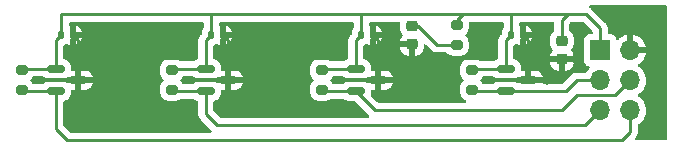
<source format=gbr>
%TF.GenerationSoftware,KiCad,Pcbnew,(6.0.6)*%
%TF.CreationDate,2022-08-04T20:50:46+02:00*%
%TF.ProjectId,Linearsensor,4c696e65-6172-4736-956e-736f722e6b69,rev?*%
%TF.SameCoordinates,Original*%
%TF.FileFunction,Copper,L1,Top*%
%TF.FilePolarity,Positive*%
%FSLAX46Y46*%
G04 Gerber Fmt 4.6, Leading zero omitted, Abs format (unit mm)*
G04 Created by KiCad (PCBNEW (6.0.6)) date 2022-08-04 20:50:46*
%MOMM*%
%LPD*%
G01*
G04 APERTURE LIST*
G04 Aperture macros list*
%AMRoundRect*
0 Rectangle with rounded corners*
0 $1 Rounding radius*
0 $2 $3 $4 $5 $6 $7 $8 $9 X,Y pos of 4 corners*
0 Add a 4 corners polygon primitive as box body*
4,1,4,$2,$3,$4,$5,$6,$7,$8,$9,$2,$3,0*
0 Add four circle primitives for the rounded corners*
1,1,$1+$1,$2,$3*
1,1,$1+$1,$4,$5*
1,1,$1+$1,$6,$7*
1,1,$1+$1,$8,$9*
0 Add four rect primitives between the rounded corners*
20,1,$1+$1,$2,$3,$4,$5,0*
20,1,$1+$1,$4,$5,$6,$7,0*
20,1,$1+$1,$6,$7,$8,$9,0*
20,1,$1+$1,$8,$9,$2,$3,0*%
G04 Aperture macros list end*
%TA.AperFunction,SMDPad,CuDef*%
%ADD10RoundRect,0.200000X-0.275000X0.200000X-0.275000X-0.200000X0.275000X-0.200000X0.275000X0.200000X0*%
%TD*%
%TA.AperFunction,SMDPad,CuDef*%
%ADD11RoundRect,0.218750X0.256250X-0.218750X0.256250X0.218750X-0.256250X0.218750X-0.256250X-0.218750X0*%
%TD*%
%TA.AperFunction,SMDPad,CuDef*%
%ADD12RoundRect,0.150000X-0.587500X-0.150000X0.587500X-0.150000X0.587500X0.150000X-0.587500X0.150000X0*%
%TD*%
%TA.AperFunction,SMDPad,CuDef*%
%ADD13RoundRect,0.140000X-0.140000X-0.170000X0.140000X-0.170000X0.140000X0.170000X-0.140000X0.170000X0*%
%TD*%
%TA.AperFunction,ComponentPad*%
%ADD14R,1.700000X1.700000*%
%TD*%
%TA.AperFunction,ComponentPad*%
%ADD15O,1.700000X1.700000*%
%TD*%
%TA.AperFunction,ViaPad*%
%ADD16C,0.800000*%
%TD*%
%TA.AperFunction,Conductor*%
%ADD17C,0.250000*%
%TD*%
G04 APERTURE END LIST*
D10*
%TO.P,R2,1*%
%TO.N,+3.3V*%
X163830000Y-102045000D03*
%TO.P,R2,2*%
%TO.N,Net-(J2-Pad4)*%
X163830000Y-103695000D03*
%TD*%
D11*
%TO.P,D1,1,K*%
%TO.N,GND*%
X184150000Y-101117500D03*
%TO.P,D1,2,A*%
%TO.N,+3.3V*%
X184150000Y-99542500D03*
%TD*%
D10*
%TO.P,R4,1*%
%TO.N,+3.3V*%
X138430000Y-102045000D03*
%TO.P,R4,2*%
%TO.N,Net-(J2-Pad6)*%
X138430000Y-103695000D03*
%TD*%
%TO.P,R5,1*%
%TO.N,+3.3V*%
X175260000Y-98235000D03*
%TO.P,R5,2*%
%TO.N,Net-(D2-Pad2)*%
X175260000Y-99885000D03*
%TD*%
D12*
%TO.P,U3,1,VCC*%
%TO.N,+3.3V*%
X154002500Y-101920000D03*
%TO.P,U3,2,OUT*%
%TO.N,Net-(J2-Pad5)*%
X154002500Y-103820000D03*
%TO.P,U3,3,GND*%
%TO.N,GND*%
X155877500Y-102870000D03*
%TD*%
D13*
%TO.P,C3,1*%
%TO.N,+3.3V*%
X154460000Y-99060000D03*
%TO.P,C3,2*%
%TO.N,GND*%
X155420000Y-99060000D03*
%TD*%
D10*
%TO.P,R1,1*%
%TO.N,+3.3V*%
X176530000Y-102045000D03*
%TO.P,R1,2*%
%TO.N,Net-(J2-Pad3)*%
X176530000Y-103695000D03*
%TD*%
D12*
%TO.P,U4,1,VCC*%
%TO.N,+3.3V*%
X141302500Y-101920000D03*
%TO.P,U4,2,OUT*%
%TO.N,Net-(J2-Pad6)*%
X141302500Y-103820000D03*
%TO.P,U4,3,GND*%
%TO.N,GND*%
X143177500Y-102870000D03*
%TD*%
D14*
%TO.P,J2,1,Pin_1*%
%TO.N,+3.3V*%
X187390000Y-100345000D03*
D15*
%TO.P,J2,2,Pin_2*%
%TO.N,GND*%
X189930000Y-100345000D03*
%TO.P,J2,3,Pin_3*%
%TO.N,Net-(J2-Pad3)*%
X187390000Y-102885000D03*
%TO.P,J2,4,Pin_4*%
%TO.N,Net-(J2-Pad4)*%
X189930000Y-102885000D03*
%TO.P,J2,5,Pin_5*%
%TO.N,Net-(J2-Pad5)*%
X187390000Y-105425000D03*
%TO.P,J2,6,Pin_6*%
%TO.N,Net-(J2-Pad6)*%
X189930000Y-105425000D03*
%TD*%
D10*
%TO.P,R3,1*%
%TO.N,+3.3V*%
X151130000Y-102045000D03*
%TO.P,R3,2*%
%TO.N,Net-(J2-Pad5)*%
X151130000Y-103695000D03*
%TD*%
D11*
%TO.P,D2,1,K*%
%TO.N,GND*%
X171450000Y-99847500D03*
%TO.P,D2,2,A*%
%TO.N,Net-(D2-Pad2)*%
X171450000Y-98272500D03*
%TD*%
D13*
%TO.P,C1,1*%
%TO.N,+3.3V*%
X179860000Y-99060000D03*
%TO.P,C1,2*%
%TO.N,GND*%
X180820000Y-99060000D03*
%TD*%
D12*
%TO.P,U2,1,VCC*%
%TO.N,+3.3V*%
X166702500Y-101920000D03*
%TO.P,U2,2,OUT*%
%TO.N,Net-(J2-Pad4)*%
X166702500Y-103820000D03*
%TO.P,U2,3,GND*%
%TO.N,GND*%
X168577500Y-102870000D03*
%TD*%
%TO.P,U1,1,VCC*%
%TO.N,+3.3V*%
X179402500Y-101920000D03*
%TO.P,U1,2,OUT*%
%TO.N,Net-(J2-Pad3)*%
X179402500Y-103820000D03*
%TO.P,U1,3,GND*%
%TO.N,GND*%
X181277500Y-102870000D03*
%TD*%
D13*
%TO.P,C2,1*%
%TO.N,+3.3V*%
X167160000Y-99060000D03*
%TO.P,C2,2*%
%TO.N,GND*%
X168120000Y-99060000D03*
%TD*%
%TO.P,C4,1*%
%TO.N,+3.3V*%
X141760000Y-99060000D03*
%TO.P,C4,2*%
%TO.N,GND*%
X142720000Y-99060000D03*
%TD*%
D16*
%TO.N,GND*%
X182880000Y-102870000D03*
X170180000Y-102870000D03*
X144780000Y-102870000D03*
X157480000Y-102870000D03*
%TD*%
D17*
%TO.N,+3.3V*%
X166702500Y-101920000D02*
X163955000Y-101920000D01*
X179402500Y-101920000D02*
X176655000Y-101920000D01*
X167160000Y-99060000D02*
X166702500Y-99517500D01*
X141760000Y-99060000D02*
X141302500Y-99517500D01*
X138555000Y-101920000D02*
X138430000Y-102045000D01*
X163955000Y-101920000D02*
X163830000Y-102045000D01*
X141302500Y-99517500D02*
X141302500Y-101920000D01*
X154002500Y-99517500D02*
X154002500Y-101920000D01*
X154460000Y-97310000D02*
X167160000Y-97310000D01*
X154460000Y-99060000D02*
X154460000Y-97310000D01*
X167160000Y-97310000D02*
X174470000Y-97310000D01*
X179860000Y-99060000D02*
X179860000Y-97310000D01*
X166702500Y-99517500D02*
X166702500Y-101920000D01*
X175260000Y-98235000D02*
X175260000Y-97790000D01*
X184630000Y-97310000D02*
X186210000Y-97310000D01*
X176655000Y-101920000D02*
X176530000Y-102045000D01*
X179860000Y-97310000D02*
X184630000Y-97310000D01*
X141760000Y-97310000D02*
X154460000Y-97310000D01*
X175740000Y-97310000D02*
X179860000Y-97310000D01*
X184150000Y-99542500D02*
X184150000Y-97790000D01*
X186210000Y-97310000D02*
X187390000Y-98490000D01*
X187390000Y-98490000D02*
X187390000Y-100345000D01*
X184150000Y-97790000D02*
X184630000Y-97310000D01*
X174470000Y-97310000D02*
X175740000Y-97310000D01*
X167160000Y-99060000D02*
X167160000Y-97310000D01*
X179402500Y-99517500D02*
X179402500Y-101920000D01*
X175260000Y-97790000D02*
X175740000Y-97310000D01*
X154460000Y-99060000D02*
X154002500Y-99517500D01*
X179860000Y-99060000D02*
X179402500Y-99517500D01*
X141302500Y-101920000D02*
X138555000Y-101920000D01*
X141760000Y-99060000D02*
X141760000Y-97310000D01*
X151255000Y-101920000D02*
X151130000Y-102045000D01*
X154002500Y-101920000D02*
X151255000Y-101920000D01*
%TO.N,GND*%
X143177500Y-102870000D02*
X144780000Y-102870000D01*
X155877500Y-102870000D02*
X157480000Y-102870000D01*
X171450000Y-101600000D02*
X170180000Y-102870000D01*
X184150000Y-101117500D02*
X184150000Y-102870000D01*
X184150000Y-102870000D02*
X182880000Y-102870000D01*
X181277500Y-99517500D02*
X181277500Y-102870000D01*
X168120000Y-99060000D02*
X168577500Y-99517500D01*
X155877500Y-99517500D02*
X155877500Y-102870000D01*
X180820000Y-99060000D02*
X181277500Y-99517500D01*
X168577500Y-99517500D02*
X168577500Y-102870000D01*
X143177500Y-99517500D02*
X143177500Y-102870000D01*
X171450000Y-99847500D02*
X171450000Y-101600000D01*
X181277500Y-102870000D02*
X182880000Y-102870000D01*
X168577500Y-102870000D02*
X170180000Y-102870000D01*
X155420000Y-99060000D02*
X155877500Y-99517500D01*
X142720000Y-99060000D02*
X143177500Y-99517500D01*
%TO.N,Net-(J2-Pad3)*%
X179402500Y-103820000D02*
X176655000Y-103820000D01*
X176655000Y-103820000D02*
X176530000Y-103695000D01*
X185420000Y-102870000D02*
X185435000Y-102885000D01*
X185435000Y-102885000D02*
X187390000Y-102885000D01*
X179402500Y-103820000D02*
X184470000Y-103820000D01*
X184470000Y-103820000D02*
X185420000Y-102870000D01*
%TO.N,Net-(J2-Pad4)*%
X166702500Y-103820000D02*
X163955000Y-103820000D01*
X188675000Y-104140000D02*
X185420000Y-104140000D01*
X168292500Y-105410000D02*
X184150000Y-105410000D01*
X184150000Y-105410000D02*
X185420000Y-104140000D01*
X189930000Y-102885000D02*
X188675000Y-104140000D01*
X166702500Y-103820000D02*
X168292500Y-105410000D01*
X163955000Y-103820000D02*
X163830000Y-103695000D01*
%TO.N,Net-(J2-Pad5)*%
X186135000Y-106680000D02*
X187390000Y-105425000D01*
X151255000Y-103820000D02*
X151130000Y-103695000D01*
X154940000Y-106680000D02*
X186135000Y-106680000D01*
X154002500Y-105742500D02*
X154940000Y-106680000D01*
X154002500Y-103820000D02*
X154002500Y-105742500D01*
X154002500Y-103820000D02*
X151255000Y-103820000D01*
%TO.N,Net-(J2-Pad6)*%
X141302500Y-107012500D02*
X142240000Y-107950000D01*
X189230000Y-107950000D02*
X189930000Y-107250000D01*
X142240000Y-107950000D02*
X189230000Y-107950000D01*
X189930000Y-107250000D02*
X189930000Y-105425000D01*
X141302500Y-103820000D02*
X138555000Y-103820000D01*
X138555000Y-103820000D02*
X138430000Y-103695000D01*
X141302500Y-103820000D02*
X141302500Y-107012500D01*
%TO.N,Net-(D2-Pad2)*%
X173545000Y-99885000D02*
X171932500Y-98272500D01*
X175260000Y-99885000D02*
X173545000Y-99885000D01*
X171932500Y-98272500D02*
X171450000Y-98272500D01*
%TD*%
%TA.AperFunction,Conductor*%
%TO.N,GND*%
G36*
X192982121Y-96540002D02*
G01*
X193028614Y-96593658D01*
X193040000Y-96646000D01*
X193040000Y-107824000D01*
X193019998Y-107892121D01*
X192966342Y-107938614D01*
X192914000Y-107950000D01*
X190432862Y-107950000D01*
X190364741Y-107929998D01*
X190318248Y-107876342D01*
X190308144Y-107806068D01*
X190341011Y-107737748D01*
X190383657Y-107692334D01*
X190386413Y-107689491D01*
X190406134Y-107669770D01*
X190408612Y-107666575D01*
X190416318Y-107657553D01*
X190441158Y-107631101D01*
X190446586Y-107625321D01*
X190456346Y-107607568D01*
X190467199Y-107591045D01*
X190474753Y-107581306D01*
X190479613Y-107575041D01*
X190497176Y-107534457D01*
X190502383Y-107523827D01*
X190523695Y-107485060D01*
X190525666Y-107477383D01*
X190525668Y-107477378D01*
X190528732Y-107465442D01*
X190535138Y-107446730D01*
X190536669Y-107443194D01*
X190543181Y-107428145D01*
X190546139Y-107409473D01*
X190550097Y-107384481D01*
X190552504Y-107372860D01*
X190561528Y-107337711D01*
X190561528Y-107337710D01*
X190563500Y-107330030D01*
X190563500Y-107309769D01*
X190565051Y-107290058D01*
X190566643Y-107280010D01*
X190568219Y-107270057D01*
X190564059Y-107226046D01*
X190563500Y-107214189D01*
X190563500Y-106705427D01*
X190583502Y-106637306D01*
X190624618Y-106597550D01*
X190627994Y-106595896D01*
X190809860Y-106466173D01*
X190968096Y-106308489D01*
X191098453Y-106127077D01*
X191113908Y-106095807D01*
X191195136Y-105931453D01*
X191195137Y-105931451D01*
X191197430Y-105926811D01*
X191262370Y-105713069D01*
X191291529Y-105491590D01*
X191293156Y-105425000D01*
X191274852Y-105202361D01*
X191220431Y-104985702D01*
X191131354Y-104780840D01*
X191058902Y-104668846D01*
X191012822Y-104597617D01*
X191012820Y-104597614D01*
X191010014Y-104593277D01*
X190859670Y-104428051D01*
X190855619Y-104424852D01*
X190855615Y-104424848D01*
X190688414Y-104292800D01*
X190688410Y-104292798D01*
X190684359Y-104289598D01*
X190643053Y-104266796D01*
X190593084Y-104216364D01*
X190578312Y-104146921D01*
X190603428Y-104080516D01*
X190630780Y-104053909D01*
X190770145Y-103954501D01*
X190809860Y-103926173D01*
X190968096Y-103768489D01*
X191098453Y-103587077D01*
X191108787Y-103566169D01*
X191195136Y-103391453D01*
X191195137Y-103391451D01*
X191197430Y-103386811D01*
X191251590Y-103208550D01*
X191260865Y-103178023D01*
X191260865Y-103178021D01*
X191262370Y-103173069D01*
X191291529Y-102951590D01*
X191291611Y-102948240D01*
X191293074Y-102888365D01*
X191293074Y-102888361D01*
X191293156Y-102885000D01*
X191274852Y-102662361D01*
X191220431Y-102445702D01*
X191131354Y-102240840D01*
X191024422Y-102075548D01*
X191012822Y-102057617D01*
X191012820Y-102057614D01*
X191010014Y-102053277D01*
X190859670Y-101888051D01*
X190855619Y-101884852D01*
X190855615Y-101884848D01*
X190688414Y-101752800D01*
X190688410Y-101752798D01*
X190684359Y-101749598D01*
X190642569Y-101726529D01*
X190592598Y-101676097D01*
X190577826Y-101606654D01*
X190602942Y-101540248D01*
X190630294Y-101513641D01*
X190805328Y-101388792D01*
X190813200Y-101382139D01*
X190964052Y-101231812D01*
X190970730Y-101223965D01*
X191095003Y-101051020D01*
X191100313Y-101042183D01*
X191194670Y-100851267D01*
X191198469Y-100841672D01*
X191260377Y-100637910D01*
X191262555Y-100627837D01*
X191263986Y-100616962D01*
X191261775Y-100602778D01*
X191248617Y-100599000D01*
X189802000Y-100599000D01*
X189733879Y-100578998D01*
X189687386Y-100525342D01*
X189676000Y-100473000D01*
X189676000Y-100072885D01*
X190184000Y-100072885D01*
X190188475Y-100088124D01*
X190189865Y-100089329D01*
X190197548Y-100091000D01*
X191248344Y-100091000D01*
X191261875Y-100087027D01*
X191263180Y-100077947D01*
X191221214Y-99910875D01*
X191217894Y-99901124D01*
X191132972Y-99705814D01*
X191128105Y-99696739D01*
X191012426Y-99517926D01*
X191006136Y-99509757D01*
X190862806Y-99352240D01*
X190855273Y-99345215D01*
X190688139Y-99213222D01*
X190679552Y-99207517D01*
X190493117Y-99104599D01*
X190483705Y-99100369D01*
X190282959Y-99029280D01*
X190272988Y-99026646D01*
X190201837Y-99013972D01*
X190188540Y-99015432D01*
X190184000Y-99029989D01*
X190184000Y-100072885D01*
X189676000Y-100072885D01*
X189676000Y-99028102D01*
X189672082Y-99014758D01*
X189657806Y-99012771D01*
X189619324Y-99018660D01*
X189609288Y-99021051D01*
X189406868Y-99087212D01*
X189397359Y-99091209D01*
X189208463Y-99189542D01*
X189199738Y-99195036D01*
X189029433Y-99322905D01*
X189021726Y-99329748D01*
X188944478Y-99410584D01*
X188882954Y-99446014D01*
X188812042Y-99442557D01*
X188754255Y-99401311D01*
X188735402Y-99367763D01*
X188693767Y-99256703D01*
X188690615Y-99248295D01*
X188603261Y-99131739D01*
X188486705Y-99044385D01*
X188350316Y-98993255D01*
X188288134Y-98986500D01*
X188149500Y-98986500D01*
X188081379Y-98966498D01*
X188034886Y-98912842D01*
X188023500Y-98860500D01*
X188023500Y-98568767D01*
X188024027Y-98557584D01*
X188025702Y-98550091D01*
X188025372Y-98539572D01*
X188023562Y-98482014D01*
X188023500Y-98478055D01*
X188023500Y-98450144D01*
X188022995Y-98446144D01*
X188022062Y-98434301D01*
X188021557Y-98418217D01*
X188020673Y-98390111D01*
X188015021Y-98370657D01*
X188011013Y-98351300D01*
X188009468Y-98339070D01*
X188009468Y-98339069D01*
X188008474Y-98331203D01*
X188005555Y-98323830D01*
X187992196Y-98290088D01*
X187988351Y-98278858D01*
X187978229Y-98244017D01*
X187978229Y-98244016D01*
X187976018Y-98236407D01*
X187971985Y-98229588D01*
X187971983Y-98229583D01*
X187965707Y-98218972D01*
X187957012Y-98201224D01*
X187949552Y-98182383D01*
X187923564Y-98146613D01*
X187917048Y-98136693D01*
X187898580Y-98105465D01*
X187898578Y-98105462D01*
X187894542Y-98098638D01*
X187880221Y-98084317D01*
X187867380Y-98069283D01*
X187860131Y-98059306D01*
X187855472Y-98052893D01*
X187821395Y-98024702D01*
X187812616Y-98016712D01*
X186713652Y-96917747D01*
X186706112Y-96909461D01*
X186702000Y-96902982D01*
X186652348Y-96856356D01*
X186649507Y-96853602D01*
X186629770Y-96833865D01*
X186626573Y-96831385D01*
X186617551Y-96823680D01*
X186585321Y-96793414D01*
X186578375Y-96789595D01*
X186578372Y-96789593D01*
X186567566Y-96783652D01*
X186551047Y-96772801D01*
X186541307Y-96765246D01*
X186541306Y-96765245D01*
X186535041Y-96760386D01*
X186527764Y-96757237D01*
X186523058Y-96754454D01*
X186474606Y-96702561D01*
X186461900Y-96632711D01*
X186488975Y-96567080D01*
X186547235Y-96526505D01*
X186587197Y-96520000D01*
X192914000Y-96520000D01*
X192982121Y-96540002D01*
G37*
%TD.AperFunction*%
%TA.AperFunction,Conductor*%
G36*
X153768621Y-97963502D02*
G01*
X153815114Y-98017158D01*
X153826500Y-98069500D01*
X153826500Y-98418217D01*
X153806498Y-98486338D01*
X153806384Y-98486499D01*
X153803512Y-98489371D01*
X153799477Y-98496193D01*
X153799476Y-98496195D01*
X153756557Y-98568767D01*
X153720106Y-98630403D01*
X153717895Y-98638014D01*
X153717894Y-98638016D01*
X153706284Y-98677979D01*
X153674394Y-98787746D01*
X153673890Y-98794151D01*
X153673889Y-98794156D01*
X153672957Y-98806000D01*
X153671500Y-98824516D01*
X153671500Y-98900405D01*
X153651498Y-98968526D01*
X153634595Y-98989500D01*
X153610247Y-99013848D01*
X153601961Y-99021388D01*
X153595482Y-99025500D01*
X153590057Y-99031277D01*
X153548857Y-99075151D01*
X153546102Y-99077993D01*
X153526365Y-99097730D01*
X153523885Y-99100927D01*
X153516182Y-99109947D01*
X153485914Y-99142179D01*
X153482095Y-99149125D01*
X153482093Y-99149128D01*
X153476152Y-99159934D01*
X153465301Y-99176453D01*
X153452886Y-99192459D01*
X153449741Y-99199728D01*
X153449738Y-99199732D01*
X153435326Y-99233037D01*
X153430109Y-99243687D01*
X153408805Y-99282440D01*
X153406834Y-99290115D01*
X153406834Y-99290116D01*
X153403767Y-99302062D01*
X153397363Y-99320766D01*
X153389319Y-99339355D01*
X153388080Y-99347178D01*
X153388077Y-99347188D01*
X153382401Y-99383024D01*
X153379995Y-99394644D01*
X153375903Y-99410584D01*
X153369000Y-99437470D01*
X153369000Y-99457724D01*
X153367449Y-99477434D01*
X153364280Y-99497443D01*
X153365026Y-99505335D01*
X153368441Y-99541461D01*
X153369000Y-99553319D01*
X153369000Y-101003033D01*
X153348998Y-101071154D01*
X153295342Y-101117647D01*
X153278152Y-101124030D01*
X153159014Y-101158642D01*
X153159009Y-101158644D01*
X153151399Y-101160855D01*
X153144572Y-101164892D01*
X153144573Y-101164892D01*
X153015020Y-101241509D01*
X153015017Y-101241511D01*
X153008193Y-101245547D01*
X153002585Y-101251155D01*
X152996325Y-101256011D01*
X152995156Y-101254504D01*
X152941833Y-101283621D01*
X152915050Y-101286500D01*
X151885743Y-101286500D01*
X151820472Y-101268276D01*
X151818504Y-101267084D01*
X151698699Y-101194528D01*
X151691452Y-101192257D01*
X151691450Y-101192256D01*
X151604131Y-101164892D01*
X151535062Y-101143247D01*
X151461635Y-101136500D01*
X151458737Y-101136500D01*
X151129140Y-101136501D01*
X150798366Y-101136501D01*
X150795508Y-101136764D01*
X150795499Y-101136764D01*
X150759996Y-101140026D01*
X150724938Y-101143247D01*
X150718560Y-101145246D01*
X150718559Y-101145246D01*
X150568550Y-101192256D01*
X150568548Y-101192257D01*
X150561301Y-101194528D01*
X150414619Y-101283361D01*
X150293361Y-101404619D01*
X150204528Y-101551301D01*
X150202257Y-101558548D01*
X150202256Y-101558550D01*
X150187181Y-101606654D01*
X150153247Y-101714938D01*
X150146500Y-101788365D01*
X150146501Y-102301634D01*
X150146764Y-102304492D01*
X150146764Y-102304501D01*
X150147076Y-102307896D01*
X150153247Y-102375062D01*
X150204528Y-102538699D01*
X150293361Y-102685381D01*
X150388885Y-102780905D01*
X150422911Y-102843217D01*
X150417846Y-102914032D01*
X150388885Y-102959095D01*
X150293361Y-103054619D01*
X150204528Y-103201301D01*
X150153247Y-103364938D01*
X150146500Y-103438365D01*
X150146501Y-103951634D01*
X150153247Y-104025062D01*
X150155246Y-104031440D01*
X150155246Y-104031441D01*
X150166522Y-104067421D01*
X150204528Y-104188699D01*
X150293361Y-104335381D01*
X150414619Y-104456639D01*
X150561301Y-104545472D01*
X150568548Y-104547743D01*
X150568550Y-104547744D01*
X150633149Y-104567988D01*
X150724938Y-104596753D01*
X150798365Y-104603500D01*
X150801263Y-104603500D01*
X151130860Y-104603499D01*
X151461634Y-104603499D01*
X151464492Y-104603236D01*
X151464501Y-104603236D01*
X151500004Y-104599974D01*
X151535062Y-104596753D01*
X151541447Y-104594752D01*
X151691450Y-104547744D01*
X151691452Y-104547743D01*
X151698699Y-104545472D01*
X151820473Y-104471724D01*
X151885743Y-104453500D01*
X152915050Y-104453500D01*
X152983171Y-104473502D01*
X152996271Y-104484059D01*
X152996325Y-104483989D01*
X153002584Y-104488844D01*
X153008193Y-104494453D01*
X153015017Y-104498489D01*
X153015020Y-104498491D01*
X153094461Y-104545472D01*
X153151399Y-104579145D01*
X153159009Y-104581356D01*
X153159014Y-104581358D01*
X153278152Y-104615970D01*
X153337988Y-104654183D01*
X153367666Y-104718679D01*
X153369000Y-104736967D01*
X153369000Y-105663733D01*
X153368473Y-105674916D01*
X153366798Y-105682409D01*
X153367047Y-105690335D01*
X153367047Y-105690336D01*
X153368938Y-105750486D01*
X153369000Y-105754445D01*
X153369000Y-105782356D01*
X153369497Y-105786290D01*
X153369497Y-105786291D01*
X153369505Y-105786356D01*
X153370438Y-105798193D01*
X153371827Y-105842389D01*
X153377478Y-105861839D01*
X153381487Y-105881200D01*
X153384026Y-105901297D01*
X153386945Y-105908668D01*
X153386945Y-105908670D01*
X153400304Y-105942412D01*
X153404149Y-105953642D01*
X153416482Y-105996093D01*
X153420515Y-106002912D01*
X153420517Y-106002917D01*
X153426793Y-106013528D01*
X153435488Y-106031276D01*
X153442948Y-106050117D01*
X153447610Y-106056533D01*
X153447610Y-106056534D01*
X153468936Y-106085887D01*
X153475452Y-106095807D01*
X153491202Y-106122438D01*
X153497958Y-106133862D01*
X153512279Y-106148183D01*
X153525119Y-106163216D01*
X153537028Y-106179607D01*
X153543134Y-106184658D01*
X153571105Y-106207798D01*
X153579884Y-106215788D01*
X154436343Y-107072247D01*
X154443887Y-107080537D01*
X154448000Y-107087018D01*
X154453777Y-107092443D01*
X154460386Y-107098649D01*
X154496352Y-107159862D01*
X154493515Y-107230802D01*
X154452775Y-107288946D01*
X154387067Y-107315835D01*
X154374134Y-107316500D01*
X142554595Y-107316500D01*
X142486474Y-107296498D01*
X142465500Y-107279595D01*
X141972905Y-106787000D01*
X141938879Y-106724688D01*
X141936000Y-106697905D01*
X141936000Y-104736967D01*
X141956002Y-104668846D01*
X142009658Y-104622353D01*
X142026848Y-104615970D01*
X142145986Y-104581358D01*
X142145991Y-104581356D01*
X142153601Y-104579145D01*
X142210539Y-104545472D01*
X142289980Y-104498491D01*
X142289983Y-104498489D01*
X142296807Y-104494453D01*
X142414453Y-104376807D01*
X142418489Y-104369983D01*
X142418491Y-104369980D01*
X142495108Y-104240427D01*
X142499145Y-104233601D01*
X142514242Y-104181638D01*
X142522220Y-104154174D01*
X142545562Y-104073831D01*
X142548500Y-104036502D01*
X142548500Y-103804000D01*
X142568502Y-103735879D01*
X142622158Y-103689386D01*
X142674500Y-103678000D01*
X142905385Y-103678000D01*
X142920624Y-103673525D01*
X142921829Y-103672135D01*
X142923500Y-103664452D01*
X142923500Y-103659884D01*
X143431500Y-103659884D01*
X143435975Y-103675123D01*
X143437365Y-103676328D01*
X143445048Y-103677999D01*
X143828984Y-103677999D01*
X143833920Y-103677805D01*
X143862336Y-103675570D01*
X143874931Y-103673270D01*
X144020790Y-103630893D01*
X144035221Y-103624648D01*
X144164678Y-103548089D01*
X144177104Y-103538449D01*
X144283449Y-103432104D01*
X144293089Y-103419678D01*
X144369648Y-103290221D01*
X144375893Y-103275790D01*
X144414939Y-103141395D01*
X144414899Y-103127294D01*
X144407630Y-103124000D01*
X143449615Y-103124000D01*
X143434376Y-103128475D01*
X143433171Y-103129865D01*
X143431500Y-103137548D01*
X143431500Y-103659884D01*
X142923500Y-103659884D01*
X142923500Y-103142115D01*
X142919025Y-103126876D01*
X142917635Y-103125671D01*
X142909952Y-103124000D01*
X142294842Y-103124000D01*
X142230703Y-103106453D01*
X142160427Y-103064892D01*
X142160428Y-103064892D01*
X142153601Y-103060855D01*
X142145990Y-103058644D01*
X142145988Y-103058643D01*
X142093769Y-103043472D01*
X141993831Y-103014438D01*
X141987426Y-103013934D01*
X141987421Y-103013933D01*
X141958958Y-103011693D01*
X141958950Y-103011693D01*
X141956502Y-103011500D01*
X140648498Y-103011500D01*
X140646050Y-103011693D01*
X140646042Y-103011693D01*
X140617579Y-103013933D01*
X140617574Y-103013934D01*
X140611169Y-103014438D01*
X140511231Y-103043472D01*
X140459012Y-103058643D01*
X140459010Y-103058644D01*
X140451399Y-103060855D01*
X140444572Y-103064892D01*
X140444573Y-103064892D01*
X140315020Y-103141509D01*
X140315017Y-103141511D01*
X140308193Y-103145547D01*
X140302585Y-103151155D01*
X140296325Y-103156011D01*
X140295156Y-103154504D01*
X140241833Y-103183621D01*
X140215050Y-103186500D01*
X139417506Y-103186500D01*
X139349385Y-103166498D01*
X139309730Y-103125771D01*
X139270576Y-103061120D01*
X139266639Y-103054619D01*
X139171115Y-102959095D01*
X139137089Y-102896783D01*
X139142154Y-102825968D01*
X139171115Y-102780905D01*
X139266639Y-102685381D01*
X139283620Y-102657342D01*
X139309730Y-102614229D01*
X139362127Y-102566322D01*
X139417506Y-102553500D01*
X140215050Y-102553500D01*
X140283171Y-102573502D01*
X140296271Y-102584059D01*
X140296325Y-102583989D01*
X140302585Y-102588845D01*
X140308193Y-102594453D01*
X140315017Y-102598489D01*
X140315020Y-102598491D01*
X140374297Y-102633547D01*
X140451399Y-102679145D01*
X140459010Y-102681356D01*
X140459012Y-102681357D01*
X140491368Y-102690757D01*
X140611169Y-102725562D01*
X140617574Y-102726066D01*
X140617579Y-102726067D01*
X140646042Y-102728307D01*
X140646050Y-102728307D01*
X140648498Y-102728500D01*
X141956502Y-102728500D01*
X141958950Y-102728307D01*
X141958958Y-102728307D01*
X141987421Y-102726067D01*
X141987426Y-102726066D01*
X141993831Y-102725562D01*
X142113632Y-102690757D01*
X142145988Y-102681357D01*
X142145990Y-102681356D01*
X142153601Y-102679145D01*
X142230703Y-102633547D01*
X142294842Y-102616000D01*
X142905385Y-102616000D01*
X142920624Y-102611525D01*
X142921829Y-102610135D01*
X142923500Y-102602452D01*
X142923500Y-102597885D01*
X143431500Y-102597885D01*
X143435975Y-102613124D01*
X143437365Y-102614329D01*
X143445048Y-102616000D01*
X144401878Y-102616000D01*
X144415409Y-102612027D01*
X144416544Y-102604129D01*
X144375893Y-102464210D01*
X144369648Y-102449779D01*
X144293089Y-102320322D01*
X144283449Y-102307896D01*
X144177104Y-102201551D01*
X144164678Y-102191911D01*
X144035221Y-102115352D01*
X144020790Y-102109107D01*
X143874935Y-102066731D01*
X143862333Y-102064430D01*
X143833916Y-102062193D01*
X143828986Y-102062000D01*
X143449615Y-102062000D01*
X143434376Y-102066475D01*
X143433171Y-102067865D01*
X143431500Y-102075548D01*
X143431500Y-102597885D01*
X142923500Y-102597885D01*
X142923500Y-102080116D01*
X142919025Y-102064877D01*
X142917635Y-102063672D01*
X142909952Y-102062001D01*
X142674500Y-102062001D01*
X142606379Y-102041999D01*
X142559886Y-101988343D01*
X142548500Y-101936001D01*
X142548500Y-101703498D01*
X142547336Y-101688706D01*
X142546067Y-101672579D01*
X142546066Y-101672574D01*
X142545562Y-101666169D01*
X142499145Y-101506399D01*
X142460885Y-101441705D01*
X142418491Y-101370020D01*
X142418489Y-101370017D01*
X142414453Y-101363193D01*
X142296807Y-101245547D01*
X142289983Y-101241511D01*
X142289980Y-101241509D01*
X142160427Y-101164892D01*
X142160428Y-101164892D01*
X142153601Y-101160855D01*
X142145991Y-101158644D01*
X142145986Y-101158642D01*
X142026848Y-101124030D01*
X141967012Y-101085817D01*
X141937334Y-101021321D01*
X141936000Y-101003033D01*
X141936000Y-99989458D01*
X141956002Y-99921337D01*
X142009658Y-99874844D01*
X142026847Y-99868461D01*
X142033188Y-99866619D01*
X142095981Y-99848376D01*
X142151984Y-99832106D01*
X142151986Y-99832105D01*
X142159597Y-99829894D01*
X142168469Y-99824647D01*
X142176353Y-99819985D01*
X142245170Y-99802526D01*
X142304628Y-99819984D01*
X142313778Y-99825395D01*
X142328216Y-99831643D01*
X142448605Y-99866619D01*
X142462705Y-99866579D01*
X142466000Y-99859309D01*
X142466000Y-99853558D01*
X142974000Y-99853558D01*
X142977973Y-99867089D01*
X142985871Y-99868224D01*
X143111784Y-99831643D01*
X143126220Y-99825396D01*
X143253499Y-99750124D01*
X143265926Y-99740484D01*
X143370484Y-99635926D01*
X143380124Y-99623499D01*
X143455396Y-99496220D01*
X143461643Y-99481784D01*
X143503312Y-99338359D01*
X143504768Y-99330391D01*
X143501948Y-99316969D01*
X143490487Y-99314000D01*
X142992115Y-99314000D01*
X142976876Y-99318475D01*
X142975671Y-99319865D01*
X142974000Y-99327548D01*
X142974000Y-99853558D01*
X142466000Y-99853558D01*
X142466000Y-99581379D01*
X142483546Y-99517240D01*
X142495859Y-99496420D01*
X142495859Y-99496419D01*
X142499894Y-99489597D01*
X142503428Y-99477435D01*
X142532523Y-99377285D01*
X142545606Y-99332254D01*
X142546511Y-99320766D01*
X142548307Y-99297940D01*
X142548307Y-99297932D01*
X142548500Y-99295484D01*
X142548500Y-98824516D01*
X142547043Y-98806000D01*
X142546111Y-98794156D01*
X142546110Y-98794151D01*
X142545617Y-98787885D01*
X142974000Y-98787885D01*
X142978475Y-98803124D01*
X142979865Y-98804329D01*
X142987548Y-98806000D01*
X143488424Y-98806000D01*
X143503219Y-98801656D01*
X143505063Y-98791225D01*
X143503312Y-98781641D01*
X143461643Y-98638216D01*
X143455396Y-98623780D01*
X143380124Y-98496501D01*
X143370484Y-98484074D01*
X143265926Y-98379516D01*
X143253499Y-98369876D01*
X143126220Y-98294604D01*
X143111784Y-98288357D01*
X142991395Y-98253381D01*
X142977295Y-98253421D01*
X142974000Y-98260691D01*
X142974000Y-98787885D01*
X142545617Y-98787885D01*
X142545606Y-98787746D01*
X142513716Y-98677979D01*
X142502106Y-98638016D01*
X142502105Y-98638014D01*
X142499894Y-98630403D01*
X142483546Y-98602760D01*
X142466000Y-98538621D01*
X142466000Y-98266442D01*
X142461525Y-98251203D01*
X142436987Y-98229940D01*
X142398604Y-98170214D01*
X142393500Y-98134716D01*
X142393500Y-98069500D01*
X142413502Y-98001379D01*
X142467158Y-97954886D01*
X142519500Y-97943500D01*
X153700500Y-97943500D01*
X153768621Y-97963502D01*
G37*
%TD.AperFunction*%
%TA.AperFunction,Conductor*%
G36*
X166468621Y-97963502D02*
G01*
X166515114Y-98017158D01*
X166526500Y-98069500D01*
X166526500Y-98418217D01*
X166506498Y-98486338D01*
X166506384Y-98486499D01*
X166503512Y-98489371D01*
X166499477Y-98496193D01*
X166499476Y-98496195D01*
X166456557Y-98568767D01*
X166420106Y-98630403D01*
X166417895Y-98638014D01*
X166417894Y-98638016D01*
X166406284Y-98677979D01*
X166374394Y-98787746D01*
X166373890Y-98794151D01*
X166373889Y-98794156D01*
X166372957Y-98806000D01*
X166371500Y-98824516D01*
X166371500Y-98900405D01*
X166351498Y-98968526D01*
X166334595Y-98989500D01*
X166310247Y-99013848D01*
X166301961Y-99021388D01*
X166295482Y-99025500D01*
X166290057Y-99031277D01*
X166248857Y-99075151D01*
X166246102Y-99077993D01*
X166226365Y-99097730D01*
X166223885Y-99100927D01*
X166216182Y-99109947D01*
X166185914Y-99142179D01*
X166182095Y-99149125D01*
X166182093Y-99149128D01*
X166176152Y-99159934D01*
X166165301Y-99176453D01*
X166152886Y-99192459D01*
X166149741Y-99199728D01*
X166149738Y-99199732D01*
X166135326Y-99233037D01*
X166130109Y-99243687D01*
X166108805Y-99282440D01*
X166106834Y-99290115D01*
X166106834Y-99290116D01*
X166103767Y-99302062D01*
X166097363Y-99320766D01*
X166089319Y-99339355D01*
X166088080Y-99347178D01*
X166088077Y-99347188D01*
X166082401Y-99383024D01*
X166079995Y-99394644D01*
X166075903Y-99410584D01*
X166069000Y-99437470D01*
X166069000Y-99457724D01*
X166067449Y-99477434D01*
X166064280Y-99497443D01*
X166065026Y-99505335D01*
X166068441Y-99541461D01*
X166069000Y-99553319D01*
X166069000Y-101003033D01*
X166048998Y-101071154D01*
X165995342Y-101117647D01*
X165978152Y-101124030D01*
X165859014Y-101158642D01*
X165859009Y-101158644D01*
X165851399Y-101160855D01*
X165844572Y-101164892D01*
X165844573Y-101164892D01*
X165715020Y-101241509D01*
X165715017Y-101241511D01*
X165708193Y-101245547D01*
X165702585Y-101251155D01*
X165696325Y-101256011D01*
X165695156Y-101254504D01*
X165641833Y-101283621D01*
X165615050Y-101286500D01*
X164585743Y-101286500D01*
X164520472Y-101268276D01*
X164518504Y-101267084D01*
X164398699Y-101194528D01*
X164391452Y-101192257D01*
X164391450Y-101192256D01*
X164304131Y-101164892D01*
X164235062Y-101143247D01*
X164161635Y-101136500D01*
X164158737Y-101136500D01*
X163829140Y-101136501D01*
X163498366Y-101136501D01*
X163495508Y-101136764D01*
X163495499Y-101136764D01*
X163459996Y-101140026D01*
X163424938Y-101143247D01*
X163418560Y-101145246D01*
X163418559Y-101145246D01*
X163268550Y-101192256D01*
X163268548Y-101192257D01*
X163261301Y-101194528D01*
X163114619Y-101283361D01*
X162993361Y-101404619D01*
X162904528Y-101551301D01*
X162902257Y-101558548D01*
X162902256Y-101558550D01*
X162887181Y-101606654D01*
X162853247Y-101714938D01*
X162846500Y-101788365D01*
X162846501Y-102301634D01*
X162846764Y-102304492D01*
X162846764Y-102304501D01*
X162847076Y-102307896D01*
X162853247Y-102375062D01*
X162904528Y-102538699D01*
X162993361Y-102685381D01*
X163088885Y-102780905D01*
X163122911Y-102843217D01*
X163117846Y-102914032D01*
X163088885Y-102959095D01*
X162993361Y-103054619D01*
X162904528Y-103201301D01*
X162853247Y-103364938D01*
X162846500Y-103438365D01*
X162846501Y-103951634D01*
X162853247Y-104025062D01*
X162855246Y-104031440D01*
X162855246Y-104031441D01*
X162866522Y-104067421D01*
X162904528Y-104188699D01*
X162993361Y-104335381D01*
X163114619Y-104456639D01*
X163261301Y-104545472D01*
X163268548Y-104547743D01*
X163268550Y-104547744D01*
X163333149Y-104567988D01*
X163424938Y-104596753D01*
X163498365Y-104603500D01*
X163501263Y-104603500D01*
X163830860Y-104603499D01*
X164161634Y-104603499D01*
X164164492Y-104603236D01*
X164164501Y-104603236D01*
X164200004Y-104599974D01*
X164235062Y-104596753D01*
X164241447Y-104594752D01*
X164391450Y-104547744D01*
X164391452Y-104547743D01*
X164398699Y-104545472D01*
X164520473Y-104471724D01*
X164585743Y-104453500D01*
X165615050Y-104453500D01*
X165683171Y-104473502D01*
X165696271Y-104484059D01*
X165696325Y-104483989D01*
X165702584Y-104488844D01*
X165708193Y-104494453D01*
X165715017Y-104498489D01*
X165715020Y-104498491D01*
X165794461Y-104545472D01*
X165851399Y-104579145D01*
X165859010Y-104581356D01*
X165859012Y-104581357D01*
X165900042Y-104593277D01*
X166011169Y-104625562D01*
X166017574Y-104626066D01*
X166017579Y-104626067D01*
X166046042Y-104628307D01*
X166046050Y-104628307D01*
X166048498Y-104628500D01*
X166562906Y-104628500D01*
X166631027Y-104648502D01*
X166652001Y-104665405D01*
X167788843Y-105802247D01*
X167796387Y-105810537D01*
X167800500Y-105817018D01*
X167806277Y-105822443D01*
X167812886Y-105828649D01*
X167848852Y-105889862D01*
X167846015Y-105960802D01*
X167805275Y-106018946D01*
X167739567Y-106045835D01*
X167726634Y-106046500D01*
X155254595Y-106046500D01*
X155186474Y-106026498D01*
X155165500Y-106009595D01*
X154672905Y-105517000D01*
X154638879Y-105454688D01*
X154636000Y-105427905D01*
X154636000Y-104736967D01*
X154656002Y-104668846D01*
X154709658Y-104622353D01*
X154726848Y-104615970D01*
X154845986Y-104581358D01*
X154845991Y-104581356D01*
X154853601Y-104579145D01*
X154910539Y-104545472D01*
X154989980Y-104498491D01*
X154989983Y-104498489D01*
X154996807Y-104494453D01*
X155114453Y-104376807D01*
X155118489Y-104369983D01*
X155118491Y-104369980D01*
X155195108Y-104240427D01*
X155199145Y-104233601D01*
X155214242Y-104181638D01*
X155222220Y-104154174D01*
X155245562Y-104073831D01*
X155248500Y-104036502D01*
X155248500Y-103804000D01*
X155268502Y-103735879D01*
X155322158Y-103689386D01*
X155374500Y-103678000D01*
X155605385Y-103678000D01*
X155620624Y-103673525D01*
X155621829Y-103672135D01*
X155623500Y-103664452D01*
X155623500Y-103659884D01*
X156131500Y-103659884D01*
X156135975Y-103675123D01*
X156137365Y-103676328D01*
X156145048Y-103677999D01*
X156528984Y-103677999D01*
X156533920Y-103677805D01*
X156562336Y-103675570D01*
X156574931Y-103673270D01*
X156720790Y-103630893D01*
X156735221Y-103624648D01*
X156864678Y-103548089D01*
X156877104Y-103538449D01*
X156983449Y-103432104D01*
X156993089Y-103419678D01*
X157069648Y-103290221D01*
X157075893Y-103275790D01*
X157114939Y-103141395D01*
X157114899Y-103127294D01*
X157107630Y-103124000D01*
X156149615Y-103124000D01*
X156134376Y-103128475D01*
X156133171Y-103129865D01*
X156131500Y-103137548D01*
X156131500Y-103659884D01*
X155623500Y-103659884D01*
X155623500Y-103142115D01*
X155619025Y-103126876D01*
X155617635Y-103125671D01*
X155609952Y-103124000D01*
X154994842Y-103124000D01*
X154930703Y-103106453D01*
X154860427Y-103064892D01*
X154860428Y-103064892D01*
X154853601Y-103060855D01*
X154845990Y-103058644D01*
X154845988Y-103058643D01*
X154793769Y-103043472D01*
X154693831Y-103014438D01*
X154687426Y-103013934D01*
X154687421Y-103013933D01*
X154658958Y-103011693D01*
X154658950Y-103011693D01*
X154656502Y-103011500D01*
X153348498Y-103011500D01*
X153346050Y-103011693D01*
X153346042Y-103011693D01*
X153317579Y-103013933D01*
X153317574Y-103013934D01*
X153311169Y-103014438D01*
X153211231Y-103043472D01*
X153159012Y-103058643D01*
X153159010Y-103058644D01*
X153151399Y-103060855D01*
X153144572Y-103064892D01*
X153144573Y-103064892D01*
X153015020Y-103141509D01*
X153015017Y-103141511D01*
X153008193Y-103145547D01*
X153002585Y-103151155D01*
X152996325Y-103156011D01*
X152995156Y-103154504D01*
X152941833Y-103183621D01*
X152915050Y-103186500D01*
X152117506Y-103186500D01*
X152049385Y-103166498D01*
X152009730Y-103125771D01*
X151970576Y-103061120D01*
X151966639Y-103054619D01*
X151871115Y-102959095D01*
X151837089Y-102896783D01*
X151842154Y-102825968D01*
X151871115Y-102780905D01*
X151966639Y-102685381D01*
X151983620Y-102657342D01*
X152009730Y-102614229D01*
X152062127Y-102566322D01*
X152117506Y-102553500D01*
X152915050Y-102553500D01*
X152983171Y-102573502D01*
X152996271Y-102584059D01*
X152996325Y-102583989D01*
X153002585Y-102588845D01*
X153008193Y-102594453D01*
X153015017Y-102598489D01*
X153015020Y-102598491D01*
X153074297Y-102633547D01*
X153151399Y-102679145D01*
X153159010Y-102681356D01*
X153159012Y-102681357D01*
X153191368Y-102690757D01*
X153311169Y-102725562D01*
X153317574Y-102726066D01*
X153317579Y-102726067D01*
X153346042Y-102728307D01*
X153346050Y-102728307D01*
X153348498Y-102728500D01*
X154656502Y-102728500D01*
X154658950Y-102728307D01*
X154658958Y-102728307D01*
X154687421Y-102726067D01*
X154687426Y-102726066D01*
X154693831Y-102725562D01*
X154813632Y-102690757D01*
X154845988Y-102681357D01*
X154845990Y-102681356D01*
X154853601Y-102679145D01*
X154930703Y-102633547D01*
X154994842Y-102616000D01*
X155605385Y-102616000D01*
X155620624Y-102611525D01*
X155621829Y-102610135D01*
X155623500Y-102602452D01*
X155623500Y-102597885D01*
X156131500Y-102597885D01*
X156135975Y-102613124D01*
X156137365Y-102614329D01*
X156145048Y-102616000D01*
X157101878Y-102616000D01*
X157115409Y-102612027D01*
X157116544Y-102604129D01*
X157075893Y-102464210D01*
X157069648Y-102449779D01*
X156993089Y-102320322D01*
X156983449Y-102307896D01*
X156877104Y-102201551D01*
X156864678Y-102191911D01*
X156735221Y-102115352D01*
X156720790Y-102109107D01*
X156574935Y-102066731D01*
X156562333Y-102064430D01*
X156533916Y-102062193D01*
X156528986Y-102062000D01*
X156149615Y-102062000D01*
X156134376Y-102066475D01*
X156133171Y-102067865D01*
X156131500Y-102075548D01*
X156131500Y-102597885D01*
X155623500Y-102597885D01*
X155623500Y-102080116D01*
X155619025Y-102064877D01*
X155617635Y-102063672D01*
X155609952Y-102062001D01*
X155374500Y-102062001D01*
X155306379Y-102041999D01*
X155259886Y-101988343D01*
X155248500Y-101936001D01*
X155248500Y-101703498D01*
X155247336Y-101688706D01*
X155246067Y-101672579D01*
X155246066Y-101672574D01*
X155245562Y-101666169D01*
X155199145Y-101506399D01*
X155160885Y-101441705D01*
X155118491Y-101370020D01*
X155118489Y-101370017D01*
X155114453Y-101363193D01*
X154996807Y-101245547D01*
X154989983Y-101241511D01*
X154989980Y-101241509D01*
X154860427Y-101164892D01*
X154860428Y-101164892D01*
X154853601Y-101160855D01*
X154845991Y-101158644D01*
X154845986Y-101158642D01*
X154726848Y-101124030D01*
X154667012Y-101085817D01*
X154637334Y-101021321D01*
X154636000Y-101003033D01*
X154636000Y-99989458D01*
X154656002Y-99921337D01*
X154709658Y-99874844D01*
X154726847Y-99868461D01*
X154733188Y-99866619D01*
X154795981Y-99848376D01*
X154851984Y-99832106D01*
X154851986Y-99832105D01*
X154859597Y-99829894D01*
X154868469Y-99824647D01*
X154876353Y-99819985D01*
X154945170Y-99802526D01*
X155004628Y-99819984D01*
X155013778Y-99825395D01*
X155028216Y-99831643D01*
X155148605Y-99866619D01*
X155162705Y-99866579D01*
X155166000Y-99859309D01*
X155166000Y-99853558D01*
X155674000Y-99853558D01*
X155677973Y-99867089D01*
X155685871Y-99868224D01*
X155811784Y-99831643D01*
X155826220Y-99825396D01*
X155953499Y-99750124D01*
X155965926Y-99740484D01*
X156070484Y-99635926D01*
X156080124Y-99623499D01*
X156155396Y-99496220D01*
X156161643Y-99481784D01*
X156203312Y-99338359D01*
X156204768Y-99330391D01*
X156201948Y-99316969D01*
X156190487Y-99314000D01*
X155692115Y-99314000D01*
X155676876Y-99318475D01*
X155675671Y-99319865D01*
X155674000Y-99327548D01*
X155674000Y-99853558D01*
X155166000Y-99853558D01*
X155166000Y-99581379D01*
X155183546Y-99517240D01*
X155195859Y-99496420D01*
X155195859Y-99496419D01*
X155199894Y-99489597D01*
X155203428Y-99477435D01*
X155232523Y-99377285D01*
X155245606Y-99332254D01*
X155246511Y-99320766D01*
X155248307Y-99297940D01*
X155248307Y-99297932D01*
X155248500Y-99295484D01*
X155248500Y-98824516D01*
X155247043Y-98806000D01*
X155246111Y-98794156D01*
X155246110Y-98794151D01*
X155245617Y-98787885D01*
X155674000Y-98787885D01*
X155678475Y-98803124D01*
X155679865Y-98804329D01*
X155687548Y-98806000D01*
X156188424Y-98806000D01*
X156203219Y-98801656D01*
X156205063Y-98791225D01*
X156203312Y-98781641D01*
X156161643Y-98638216D01*
X156155396Y-98623780D01*
X156080124Y-98496501D01*
X156070484Y-98484074D01*
X155965926Y-98379516D01*
X155953499Y-98369876D01*
X155826220Y-98294604D01*
X155811784Y-98288357D01*
X155691395Y-98253381D01*
X155677295Y-98253421D01*
X155674000Y-98260691D01*
X155674000Y-98787885D01*
X155245617Y-98787885D01*
X155245606Y-98787746D01*
X155213716Y-98677979D01*
X155202106Y-98638016D01*
X155202105Y-98638014D01*
X155199894Y-98630403D01*
X155183546Y-98602760D01*
X155166000Y-98538621D01*
X155166000Y-98266442D01*
X155161525Y-98251203D01*
X155136987Y-98229940D01*
X155098604Y-98170214D01*
X155093500Y-98134716D01*
X155093500Y-98069500D01*
X155113502Y-98001379D01*
X155167158Y-97954886D01*
X155219500Y-97943500D01*
X166400500Y-97943500D01*
X166468621Y-97963502D01*
G37*
%TD.AperFunction*%
%TA.AperFunction,Conductor*%
G36*
X170408621Y-97963502D02*
G01*
X170455114Y-98017158D01*
X170466500Y-98069500D01*
X170466500Y-98539572D01*
X170466837Y-98542818D01*
X170466837Y-98542822D01*
X170469145Y-98565062D01*
X170477022Y-98640982D01*
X170530692Y-98801849D01*
X170619929Y-98946055D01*
X170625107Y-98951224D01*
X170645159Y-98971241D01*
X170679238Y-99033523D01*
X170674235Y-99104343D01*
X170645314Y-99149432D01*
X170624702Y-99170080D01*
X170615690Y-99181491D01*
X170534447Y-99313291D01*
X170528303Y-99326468D01*
X170479421Y-99473843D01*
X170476555Y-99487210D01*
X170467386Y-99576700D01*
X170471475Y-99590624D01*
X170472865Y-99591829D01*
X170480548Y-99593500D01*
X171578000Y-99593500D01*
X171646121Y-99613502D01*
X171692614Y-99667158D01*
X171704000Y-99719500D01*
X171704000Y-100774885D01*
X171708475Y-100790124D01*
X171709865Y-100791329D01*
X171717548Y-100793000D01*
X171751266Y-100793000D01*
X171757782Y-100792663D01*
X171849021Y-100783196D01*
X171862417Y-100780303D01*
X172009687Y-100731170D01*
X172022866Y-100724996D01*
X172154514Y-100643530D01*
X172165915Y-100634494D01*
X172275298Y-100524920D01*
X172284310Y-100513509D01*
X172365553Y-100381709D01*
X172371697Y-100368532D01*
X172420579Y-100221157D01*
X172423445Y-100207790D01*
X172432672Y-100117730D01*
X172433000Y-100111315D01*
X172433000Y-99973094D01*
X172453002Y-99904973D01*
X172506658Y-99858480D01*
X172576932Y-99848376D01*
X172641512Y-99877870D01*
X172648095Y-99883999D01*
X173041343Y-100277247D01*
X173048887Y-100285537D01*
X173053000Y-100292018D01*
X173058777Y-100297443D01*
X173102667Y-100338658D01*
X173105509Y-100341413D01*
X173125230Y-100361134D01*
X173128425Y-100363612D01*
X173137447Y-100371318D01*
X173169679Y-100401586D01*
X173176628Y-100405406D01*
X173187432Y-100411346D01*
X173203956Y-100422199D01*
X173219959Y-100434613D01*
X173260543Y-100452176D01*
X173271173Y-100457383D01*
X173309940Y-100478695D01*
X173317617Y-100480666D01*
X173317622Y-100480668D01*
X173329558Y-100483732D01*
X173348266Y-100490137D01*
X173366855Y-100498181D01*
X173374680Y-100499420D01*
X173374682Y-100499421D01*
X173410519Y-100505097D01*
X173422140Y-100507504D01*
X173457289Y-100516528D01*
X173464970Y-100518500D01*
X173485231Y-100518500D01*
X173504940Y-100520051D01*
X173524943Y-100523219D01*
X173532835Y-100522473D01*
X173538062Y-100521979D01*
X173568954Y-100519059D01*
X173580811Y-100518500D01*
X174364290Y-100518500D01*
X174432411Y-100538502D01*
X174453385Y-100555405D01*
X174544619Y-100646639D01*
X174691301Y-100735472D01*
X174698548Y-100737743D01*
X174698550Y-100737744D01*
X174760667Y-100757210D01*
X174854938Y-100786753D01*
X174928365Y-100793500D01*
X174931263Y-100793500D01*
X175260860Y-100793499D01*
X175591634Y-100793499D01*
X175594492Y-100793236D01*
X175594501Y-100793236D01*
X175630004Y-100789974D01*
X175665062Y-100786753D01*
X175675618Y-100783445D01*
X175821450Y-100737744D01*
X175821452Y-100737743D01*
X175828699Y-100735472D01*
X175975381Y-100646639D01*
X176096639Y-100525381D01*
X176185472Y-100378699D01*
X176189061Y-100367249D01*
X176217265Y-100277247D01*
X176236753Y-100215062D01*
X176243500Y-100141635D01*
X176243499Y-99628366D01*
X176242134Y-99613502D01*
X176237364Y-99561592D01*
X176236753Y-99554938D01*
X176218735Y-99497443D01*
X176187744Y-99398550D01*
X176187743Y-99398548D01*
X176185472Y-99391301D01*
X176096639Y-99244619D01*
X176001115Y-99149095D01*
X175967089Y-99086783D01*
X175972154Y-99015968D01*
X176001115Y-98970905D01*
X176096639Y-98875381D01*
X176185472Y-98728699D01*
X176193856Y-98701948D01*
X176213890Y-98638016D01*
X176236753Y-98565062D01*
X176243500Y-98491635D01*
X176243499Y-98069499D01*
X176263501Y-98001380D01*
X176317156Y-97954886D01*
X176369499Y-97943500D01*
X179100500Y-97943500D01*
X179168621Y-97963502D01*
X179215114Y-98017158D01*
X179226500Y-98069500D01*
X179226500Y-98418217D01*
X179206498Y-98486338D01*
X179206384Y-98486499D01*
X179203512Y-98489371D01*
X179199477Y-98496193D01*
X179199476Y-98496195D01*
X179156557Y-98568767D01*
X179120106Y-98630403D01*
X179117895Y-98638014D01*
X179117894Y-98638016D01*
X179106284Y-98677979D01*
X179074394Y-98787746D01*
X179073890Y-98794151D01*
X179073889Y-98794156D01*
X179072957Y-98806000D01*
X179071500Y-98824516D01*
X179071500Y-98900405D01*
X179051498Y-98968526D01*
X179034595Y-98989500D01*
X179010247Y-99013848D01*
X179001961Y-99021388D01*
X178995482Y-99025500D01*
X178990057Y-99031277D01*
X178948857Y-99075151D01*
X178946102Y-99077993D01*
X178926365Y-99097730D01*
X178923885Y-99100927D01*
X178916182Y-99109947D01*
X178885914Y-99142179D01*
X178882095Y-99149125D01*
X178882093Y-99149128D01*
X178876152Y-99159934D01*
X178865301Y-99176453D01*
X178852886Y-99192459D01*
X178849741Y-99199728D01*
X178849738Y-99199732D01*
X178835326Y-99233037D01*
X178830109Y-99243687D01*
X178808805Y-99282440D01*
X178806834Y-99290115D01*
X178806834Y-99290116D01*
X178803767Y-99302062D01*
X178797363Y-99320766D01*
X178789319Y-99339355D01*
X178788080Y-99347178D01*
X178788077Y-99347188D01*
X178782401Y-99383024D01*
X178779995Y-99394644D01*
X178775903Y-99410584D01*
X178769000Y-99437470D01*
X178769000Y-99457724D01*
X178767449Y-99477434D01*
X178764280Y-99497443D01*
X178765026Y-99505335D01*
X178768441Y-99541461D01*
X178769000Y-99553319D01*
X178769000Y-101003033D01*
X178748998Y-101071154D01*
X178695342Y-101117647D01*
X178678152Y-101124030D01*
X178559014Y-101158642D01*
X178559009Y-101158644D01*
X178551399Y-101160855D01*
X178544572Y-101164892D01*
X178544573Y-101164892D01*
X178415020Y-101241509D01*
X178415017Y-101241511D01*
X178408193Y-101245547D01*
X178402585Y-101251155D01*
X178396325Y-101256011D01*
X178395156Y-101254504D01*
X178341833Y-101283621D01*
X178315050Y-101286500D01*
X177285743Y-101286500D01*
X177220472Y-101268276D01*
X177218504Y-101267084D01*
X177098699Y-101194528D01*
X177091452Y-101192257D01*
X177091450Y-101192256D01*
X177004131Y-101164892D01*
X176935062Y-101143247D01*
X176861635Y-101136500D01*
X176858737Y-101136500D01*
X176529140Y-101136501D01*
X176198366Y-101136501D01*
X176195508Y-101136764D01*
X176195499Y-101136764D01*
X176159996Y-101140026D01*
X176124938Y-101143247D01*
X176118560Y-101145246D01*
X176118559Y-101145246D01*
X175968550Y-101192256D01*
X175968548Y-101192257D01*
X175961301Y-101194528D01*
X175814619Y-101283361D01*
X175693361Y-101404619D01*
X175604528Y-101551301D01*
X175602257Y-101558548D01*
X175602256Y-101558550D01*
X175587181Y-101606654D01*
X175553247Y-101714938D01*
X175546500Y-101788365D01*
X175546501Y-102301634D01*
X175546764Y-102304492D01*
X175546764Y-102304501D01*
X175547076Y-102307896D01*
X175553247Y-102375062D01*
X175604528Y-102538699D01*
X175693361Y-102685381D01*
X175788885Y-102780905D01*
X175822911Y-102843217D01*
X175817846Y-102914032D01*
X175788885Y-102959095D01*
X175693361Y-103054619D01*
X175604528Y-103201301D01*
X175553247Y-103364938D01*
X175546500Y-103438365D01*
X175546501Y-103951634D01*
X175553247Y-104025062D01*
X175555246Y-104031440D01*
X175555246Y-104031441D01*
X175566522Y-104067421D01*
X175604528Y-104188699D01*
X175693361Y-104335381D01*
X175814619Y-104456639D01*
X175821121Y-104460576D01*
X175821120Y-104460576D01*
X175956763Y-104542724D01*
X176004670Y-104595121D01*
X176016643Y-104665101D01*
X175988882Y-104730445D01*
X175930200Y-104770407D01*
X175891492Y-104776500D01*
X168607094Y-104776500D01*
X168538973Y-104756498D01*
X168517999Y-104739595D01*
X167977243Y-104198839D01*
X167943217Y-104136527D01*
X167944930Y-104086769D01*
X167942610Y-104086345D01*
X167943768Y-104080006D01*
X167945562Y-104073831D01*
X167948500Y-104036502D01*
X167948500Y-103804000D01*
X167968502Y-103735879D01*
X168022158Y-103689386D01*
X168074500Y-103678000D01*
X168305385Y-103678000D01*
X168320624Y-103673525D01*
X168321829Y-103672135D01*
X168323500Y-103664452D01*
X168323500Y-103659884D01*
X168831500Y-103659884D01*
X168835975Y-103675123D01*
X168837365Y-103676328D01*
X168845048Y-103677999D01*
X169228984Y-103677999D01*
X169233920Y-103677805D01*
X169262336Y-103675570D01*
X169274931Y-103673270D01*
X169420790Y-103630893D01*
X169435221Y-103624648D01*
X169564678Y-103548089D01*
X169577104Y-103538449D01*
X169683449Y-103432104D01*
X169693089Y-103419678D01*
X169769648Y-103290221D01*
X169775893Y-103275790D01*
X169814939Y-103141395D01*
X169814899Y-103127294D01*
X169807630Y-103124000D01*
X168849615Y-103124000D01*
X168834376Y-103128475D01*
X168833171Y-103129865D01*
X168831500Y-103137548D01*
X168831500Y-103659884D01*
X168323500Y-103659884D01*
X168323500Y-103142115D01*
X168319025Y-103126876D01*
X168317635Y-103125671D01*
X168309952Y-103124000D01*
X167694842Y-103124000D01*
X167630703Y-103106453D01*
X167560427Y-103064892D01*
X167560428Y-103064892D01*
X167553601Y-103060855D01*
X167545990Y-103058644D01*
X167545988Y-103058643D01*
X167493769Y-103043472D01*
X167393831Y-103014438D01*
X167387426Y-103013934D01*
X167387421Y-103013933D01*
X167358958Y-103011693D01*
X167358950Y-103011693D01*
X167356502Y-103011500D01*
X166048498Y-103011500D01*
X166046050Y-103011693D01*
X166046042Y-103011693D01*
X166017579Y-103013933D01*
X166017574Y-103013934D01*
X166011169Y-103014438D01*
X165911231Y-103043472D01*
X165859012Y-103058643D01*
X165859010Y-103058644D01*
X165851399Y-103060855D01*
X165844572Y-103064892D01*
X165844573Y-103064892D01*
X165715020Y-103141509D01*
X165715017Y-103141511D01*
X165708193Y-103145547D01*
X165702585Y-103151155D01*
X165696325Y-103156011D01*
X165695156Y-103154504D01*
X165641833Y-103183621D01*
X165615050Y-103186500D01*
X164817506Y-103186500D01*
X164749385Y-103166498D01*
X164709730Y-103125771D01*
X164670576Y-103061120D01*
X164666639Y-103054619D01*
X164571115Y-102959095D01*
X164537089Y-102896783D01*
X164542154Y-102825968D01*
X164571115Y-102780905D01*
X164666639Y-102685381D01*
X164683620Y-102657342D01*
X164709730Y-102614229D01*
X164762127Y-102566322D01*
X164817506Y-102553500D01*
X165615050Y-102553500D01*
X165683171Y-102573502D01*
X165696271Y-102584059D01*
X165696325Y-102583989D01*
X165702585Y-102588845D01*
X165708193Y-102594453D01*
X165715017Y-102598489D01*
X165715020Y-102598491D01*
X165774297Y-102633547D01*
X165851399Y-102679145D01*
X165859010Y-102681356D01*
X165859012Y-102681357D01*
X165891368Y-102690757D01*
X166011169Y-102725562D01*
X166017574Y-102726066D01*
X166017579Y-102726067D01*
X166046042Y-102728307D01*
X166046050Y-102728307D01*
X166048498Y-102728500D01*
X167356502Y-102728500D01*
X167358950Y-102728307D01*
X167358958Y-102728307D01*
X167387421Y-102726067D01*
X167387426Y-102726066D01*
X167393831Y-102725562D01*
X167513632Y-102690757D01*
X167545988Y-102681357D01*
X167545990Y-102681356D01*
X167553601Y-102679145D01*
X167630703Y-102633547D01*
X167694842Y-102616000D01*
X168305385Y-102616000D01*
X168320624Y-102611525D01*
X168321829Y-102610135D01*
X168323500Y-102602452D01*
X168323500Y-102597885D01*
X168831500Y-102597885D01*
X168835975Y-102613124D01*
X168837365Y-102614329D01*
X168845048Y-102616000D01*
X169801878Y-102616000D01*
X169815409Y-102612027D01*
X169816544Y-102604129D01*
X169775893Y-102464210D01*
X169769648Y-102449779D01*
X169693089Y-102320322D01*
X169683449Y-102307896D01*
X169577104Y-102201551D01*
X169564678Y-102191911D01*
X169435221Y-102115352D01*
X169420790Y-102109107D01*
X169274935Y-102066731D01*
X169262333Y-102064430D01*
X169233916Y-102062193D01*
X169228986Y-102062000D01*
X168849615Y-102062000D01*
X168834376Y-102066475D01*
X168833171Y-102067865D01*
X168831500Y-102075548D01*
X168831500Y-102597885D01*
X168323500Y-102597885D01*
X168323500Y-102080116D01*
X168319025Y-102064877D01*
X168317635Y-102063672D01*
X168309952Y-102062001D01*
X168074500Y-102062001D01*
X168006379Y-102041999D01*
X167959886Y-101988343D01*
X167948500Y-101936001D01*
X167948500Y-101703498D01*
X167947336Y-101688706D01*
X167946067Y-101672579D01*
X167946066Y-101672574D01*
X167945562Y-101666169D01*
X167899145Y-101506399D01*
X167860885Y-101441705D01*
X167818491Y-101370020D01*
X167818489Y-101370017D01*
X167814453Y-101363193D01*
X167696807Y-101245547D01*
X167689983Y-101241511D01*
X167689980Y-101241509D01*
X167560427Y-101164892D01*
X167560428Y-101164892D01*
X167553601Y-101160855D01*
X167545991Y-101158644D01*
X167545986Y-101158642D01*
X167426848Y-101124030D01*
X167367012Y-101085817D01*
X167337334Y-101021321D01*
X167336000Y-101003033D01*
X167336000Y-100114321D01*
X170467158Y-100114321D01*
X170467337Y-100117782D01*
X170476804Y-100209021D01*
X170479697Y-100222417D01*
X170528830Y-100369687D01*
X170535004Y-100382866D01*
X170616470Y-100514514D01*
X170625506Y-100525915D01*
X170735080Y-100635298D01*
X170746491Y-100644310D01*
X170878291Y-100725553D01*
X170891468Y-100731697D01*
X171038843Y-100780579D01*
X171052210Y-100783445D01*
X171142270Y-100792672D01*
X171148685Y-100793000D01*
X171177885Y-100793000D01*
X171193124Y-100788525D01*
X171194329Y-100787135D01*
X171196000Y-100779452D01*
X171196000Y-100119615D01*
X171191525Y-100104376D01*
X171190135Y-100103171D01*
X171182452Y-100101500D01*
X170485115Y-100101500D01*
X170469876Y-100105975D01*
X170468671Y-100107365D01*
X170467158Y-100114321D01*
X167336000Y-100114321D01*
X167336000Y-99989458D01*
X167356002Y-99921337D01*
X167409658Y-99874844D01*
X167426847Y-99868461D01*
X167433188Y-99866619D01*
X167495981Y-99848376D01*
X167551984Y-99832106D01*
X167551986Y-99832105D01*
X167559597Y-99829894D01*
X167568469Y-99824647D01*
X167576353Y-99819985D01*
X167645170Y-99802526D01*
X167704628Y-99819984D01*
X167713778Y-99825395D01*
X167728216Y-99831643D01*
X167848605Y-99866619D01*
X167862705Y-99866579D01*
X167866000Y-99859309D01*
X167866000Y-99853558D01*
X168374000Y-99853558D01*
X168377973Y-99867089D01*
X168385871Y-99868224D01*
X168511784Y-99831643D01*
X168526220Y-99825396D01*
X168653499Y-99750124D01*
X168665926Y-99740484D01*
X168770484Y-99635926D01*
X168780124Y-99623499D01*
X168855396Y-99496220D01*
X168861643Y-99481784D01*
X168903312Y-99338359D01*
X168904768Y-99330391D01*
X168901948Y-99316969D01*
X168890487Y-99314000D01*
X168392115Y-99314000D01*
X168376876Y-99318475D01*
X168375671Y-99319865D01*
X168374000Y-99327548D01*
X168374000Y-99853558D01*
X167866000Y-99853558D01*
X167866000Y-99581379D01*
X167883546Y-99517240D01*
X167895859Y-99496420D01*
X167895859Y-99496419D01*
X167899894Y-99489597D01*
X167903428Y-99477435D01*
X167932523Y-99377285D01*
X167945606Y-99332254D01*
X167946511Y-99320766D01*
X167948307Y-99297940D01*
X167948307Y-99297932D01*
X167948500Y-99295484D01*
X167948500Y-98824516D01*
X167947043Y-98806000D01*
X167946111Y-98794156D01*
X167946110Y-98794151D01*
X167945617Y-98787885D01*
X168374000Y-98787885D01*
X168378475Y-98803124D01*
X168379865Y-98804329D01*
X168387548Y-98806000D01*
X168888424Y-98806000D01*
X168903219Y-98801656D01*
X168905063Y-98791225D01*
X168903312Y-98781641D01*
X168861643Y-98638216D01*
X168855396Y-98623780D01*
X168780124Y-98496501D01*
X168770484Y-98484074D01*
X168665926Y-98379516D01*
X168653499Y-98369876D01*
X168526220Y-98294604D01*
X168511784Y-98288357D01*
X168391395Y-98253381D01*
X168377295Y-98253421D01*
X168374000Y-98260691D01*
X168374000Y-98787885D01*
X167945617Y-98787885D01*
X167945606Y-98787746D01*
X167913716Y-98677979D01*
X167902106Y-98638016D01*
X167902105Y-98638014D01*
X167899894Y-98630403D01*
X167883546Y-98602760D01*
X167866000Y-98538621D01*
X167866000Y-98266442D01*
X167861525Y-98251203D01*
X167836987Y-98229940D01*
X167798604Y-98170214D01*
X167793500Y-98134716D01*
X167793500Y-98069500D01*
X167813502Y-98001379D01*
X167867158Y-97954886D01*
X167919500Y-97943500D01*
X170340500Y-97943500D01*
X170408621Y-97963502D01*
G37*
%TD.AperFunction*%
%TA.AperFunction,Conductor*%
G36*
X183458621Y-97963502D02*
G01*
X183505114Y-98017158D01*
X183516500Y-98069500D01*
X183516500Y-98631734D01*
X183496498Y-98699855D01*
X183456802Y-98738879D01*
X183438945Y-98749929D01*
X183319136Y-98869947D01*
X183315296Y-98876177D01*
X183315295Y-98876178D01*
X183296149Y-98907239D01*
X183230151Y-99014308D01*
X183227846Y-99021256D01*
X183227846Y-99021257D01*
X183185433Y-99149128D01*
X183176762Y-99175269D01*
X183166500Y-99275428D01*
X183166500Y-99809572D01*
X183166837Y-99812818D01*
X183166837Y-99812822D01*
X183168790Y-99831643D01*
X183177022Y-99910982D01*
X183230692Y-100071849D01*
X183319929Y-100216055D01*
X183325107Y-100221224D01*
X183345159Y-100241241D01*
X183379238Y-100303523D01*
X183374235Y-100374343D01*
X183345314Y-100419432D01*
X183324702Y-100440080D01*
X183315690Y-100451491D01*
X183234447Y-100583291D01*
X183228303Y-100596468D01*
X183179421Y-100743843D01*
X183176555Y-100757210D01*
X183167386Y-100846700D01*
X183171475Y-100860624D01*
X183172865Y-100861829D01*
X183180548Y-100863500D01*
X185114885Y-100863500D01*
X185130124Y-100859025D01*
X185131329Y-100857635D01*
X185132842Y-100850679D01*
X185132663Y-100847218D01*
X185123196Y-100755979D01*
X185120303Y-100742583D01*
X185071170Y-100595313D01*
X185064996Y-100582134D01*
X184983530Y-100450486D01*
X184974494Y-100439085D01*
X184954842Y-100419467D01*
X184920763Y-100357184D01*
X184925766Y-100286364D01*
X184954686Y-100241277D01*
X184975692Y-100220234D01*
X184980864Y-100215053D01*
X185069849Y-100070692D01*
X185072154Y-100063743D01*
X185121072Y-99916262D01*
X185121072Y-99916260D01*
X185123238Y-99909731D01*
X185133500Y-99809572D01*
X185133500Y-99275428D01*
X185122978Y-99174018D01*
X185069308Y-99013151D01*
X184980071Y-98868945D01*
X184860053Y-98749136D01*
X184843384Y-98738861D01*
X184795890Y-98686088D01*
X184783500Y-98631601D01*
X184783500Y-98104594D01*
X184803502Y-98036473D01*
X184820405Y-98015499D01*
X184855499Y-97980405D01*
X184917811Y-97946379D01*
X184944594Y-97943500D01*
X185895405Y-97943500D01*
X185963526Y-97963502D01*
X185984501Y-97980405D01*
X186719596Y-98715501D01*
X186753621Y-98777813D01*
X186756500Y-98804596D01*
X186756500Y-98860500D01*
X186736498Y-98928621D01*
X186682842Y-98975114D01*
X186630500Y-98986500D01*
X186491866Y-98986500D01*
X186429684Y-98993255D01*
X186293295Y-99044385D01*
X186176739Y-99131739D01*
X186089385Y-99248295D01*
X186038255Y-99384684D01*
X186031500Y-99446866D01*
X186031500Y-101243134D01*
X186038255Y-101305316D01*
X186089385Y-101441705D01*
X186176739Y-101558261D01*
X186293295Y-101645615D01*
X186301704Y-101648767D01*
X186301705Y-101648768D01*
X186410451Y-101689535D01*
X186467216Y-101732176D01*
X186491916Y-101798738D01*
X186476709Y-101868087D01*
X186457316Y-101894568D01*
X186355445Y-102001170D01*
X186330629Y-102027138D01*
X186327720Y-102031403D01*
X186327714Y-102031411D01*
X186215095Y-102196504D01*
X186160184Y-102241507D01*
X186111007Y-102251500D01*
X185574480Y-102251500D01*
X185554771Y-102249949D01*
X185542679Y-102248034D01*
X185534913Y-102246552D01*
X185494134Y-102237437D01*
X185487831Y-102236028D01*
X185487830Y-102236028D01*
X185480091Y-102234298D01*
X185472167Y-102234547D01*
X185472122Y-102234548D01*
X185471857Y-102234557D01*
X185448186Y-102233067D01*
X185447890Y-102233020D01*
X185447885Y-102233020D01*
X185440057Y-102231780D01*
X185432165Y-102232526D01*
X185384153Y-102237064D01*
X185376255Y-102237561D01*
X185342985Y-102238607D01*
X185320111Y-102239326D01*
X185312202Y-102241624D01*
X185288904Y-102246068D01*
X185288627Y-102246094D01*
X185280708Y-102246843D01*
X185267773Y-102251500D01*
X185227864Y-102265868D01*
X185220336Y-102268314D01*
X185174016Y-102281771D01*
X185174014Y-102281772D01*
X185166407Y-102283982D01*
X185159587Y-102288015D01*
X185159581Y-102288018D01*
X185159312Y-102288177D01*
X185137868Y-102298267D01*
X185137577Y-102298372D01*
X185137569Y-102298376D01*
X185130111Y-102301061D01*
X185083635Y-102332646D01*
X185077004Y-102336855D01*
X185028638Y-102365458D01*
X185022818Y-102371278D01*
X185004547Y-102386394D01*
X185004290Y-102386569D01*
X184997729Y-102391028D01*
X184992485Y-102396976D01*
X184992484Y-102396977D01*
X184960589Y-102433155D01*
X184955170Y-102438926D01*
X184244499Y-103149596D01*
X184182187Y-103183621D01*
X184155404Y-103186500D01*
X182622901Y-103186500D01*
X182554780Y-103166498D01*
X182517097Y-103128922D01*
X182516520Y-103128030D01*
X182507629Y-103124000D01*
X180394842Y-103124000D01*
X180330703Y-103106453D01*
X180260427Y-103064892D01*
X180260428Y-103064892D01*
X180253601Y-103060855D01*
X180245990Y-103058644D01*
X180245988Y-103058643D01*
X180193769Y-103043472D01*
X180093831Y-103014438D01*
X180087426Y-103013934D01*
X180087421Y-103013933D01*
X180058958Y-103011693D01*
X180058950Y-103011693D01*
X180056502Y-103011500D01*
X178748498Y-103011500D01*
X178746050Y-103011693D01*
X178746042Y-103011693D01*
X178717579Y-103013933D01*
X178717574Y-103013934D01*
X178711169Y-103014438D01*
X178611231Y-103043472D01*
X178559012Y-103058643D01*
X178559010Y-103058644D01*
X178551399Y-103060855D01*
X178544572Y-103064892D01*
X178544573Y-103064892D01*
X178415020Y-103141509D01*
X178415017Y-103141511D01*
X178408193Y-103145547D01*
X178402585Y-103151155D01*
X178396325Y-103156011D01*
X178395156Y-103154504D01*
X178341833Y-103183621D01*
X178315050Y-103186500D01*
X177517506Y-103186500D01*
X177449385Y-103166498D01*
X177409730Y-103125771D01*
X177370576Y-103061120D01*
X177366639Y-103054619D01*
X177271115Y-102959095D01*
X177237089Y-102896783D01*
X177242154Y-102825968D01*
X177271115Y-102780905D01*
X177366639Y-102685381D01*
X177383620Y-102657342D01*
X177409730Y-102614229D01*
X177462127Y-102566322D01*
X177517506Y-102553500D01*
X178315050Y-102553500D01*
X178383171Y-102573502D01*
X178396271Y-102584059D01*
X178396325Y-102583989D01*
X178402585Y-102588845D01*
X178408193Y-102594453D01*
X178415017Y-102598489D01*
X178415020Y-102598491D01*
X178474297Y-102633547D01*
X178551399Y-102679145D01*
X178559010Y-102681356D01*
X178559012Y-102681357D01*
X178591368Y-102690757D01*
X178711169Y-102725562D01*
X178717574Y-102726066D01*
X178717579Y-102726067D01*
X178746042Y-102728307D01*
X178746050Y-102728307D01*
X178748498Y-102728500D01*
X180056502Y-102728500D01*
X180058950Y-102728307D01*
X180058958Y-102728307D01*
X180087421Y-102726067D01*
X180087426Y-102726066D01*
X180093831Y-102725562D01*
X180213632Y-102690757D01*
X180245988Y-102681357D01*
X180245990Y-102681356D01*
X180253601Y-102679145D01*
X180330703Y-102633547D01*
X180394842Y-102616000D01*
X181005385Y-102616000D01*
X181020624Y-102611525D01*
X181021829Y-102610135D01*
X181023500Y-102602452D01*
X181023500Y-102597885D01*
X181531500Y-102597885D01*
X181535975Y-102613124D01*
X181537365Y-102614329D01*
X181545048Y-102616000D01*
X182501878Y-102616000D01*
X182515409Y-102612027D01*
X182516544Y-102604129D01*
X182475893Y-102464210D01*
X182469648Y-102449779D01*
X182393089Y-102320322D01*
X182383449Y-102307896D01*
X182277104Y-102201551D01*
X182264678Y-102191911D01*
X182135221Y-102115352D01*
X182120790Y-102109107D01*
X181974935Y-102066731D01*
X181962333Y-102064430D01*
X181933916Y-102062193D01*
X181928986Y-102062000D01*
X181549615Y-102062000D01*
X181534376Y-102066475D01*
X181533171Y-102067865D01*
X181531500Y-102075548D01*
X181531500Y-102597885D01*
X181023500Y-102597885D01*
X181023500Y-102080116D01*
X181019025Y-102064877D01*
X181017635Y-102063672D01*
X181009952Y-102062001D01*
X180774500Y-102062001D01*
X180706379Y-102041999D01*
X180659886Y-101988343D01*
X180648500Y-101936001D01*
X180648500Y-101703498D01*
X180647336Y-101688706D01*
X180646067Y-101672579D01*
X180646066Y-101672574D01*
X180645562Y-101666169D01*
X180599145Y-101506399D01*
X180560885Y-101441705D01*
X180526949Y-101384321D01*
X183167158Y-101384321D01*
X183167337Y-101387782D01*
X183176804Y-101479021D01*
X183179697Y-101492417D01*
X183228830Y-101639687D01*
X183235004Y-101652866D01*
X183316470Y-101784514D01*
X183325506Y-101795915D01*
X183435080Y-101905298D01*
X183446491Y-101914310D01*
X183578291Y-101995553D01*
X183591468Y-102001697D01*
X183738843Y-102050579D01*
X183752210Y-102053445D01*
X183842270Y-102062672D01*
X183848685Y-102063000D01*
X183877885Y-102063000D01*
X183893124Y-102058525D01*
X183894329Y-102057135D01*
X183896000Y-102049452D01*
X183896000Y-102044885D01*
X184404000Y-102044885D01*
X184408475Y-102060124D01*
X184409865Y-102061329D01*
X184417548Y-102063000D01*
X184451266Y-102063000D01*
X184457782Y-102062663D01*
X184549021Y-102053196D01*
X184562417Y-102050303D01*
X184709687Y-102001170D01*
X184722866Y-101994996D01*
X184854514Y-101913530D01*
X184865915Y-101904494D01*
X184975298Y-101794920D01*
X184984310Y-101783509D01*
X185065553Y-101651709D01*
X185071697Y-101638532D01*
X185120579Y-101491157D01*
X185123445Y-101477790D01*
X185132614Y-101388300D01*
X185128525Y-101374376D01*
X185127135Y-101373171D01*
X185119452Y-101371500D01*
X184422115Y-101371500D01*
X184406876Y-101375975D01*
X184405671Y-101377365D01*
X184404000Y-101385048D01*
X184404000Y-102044885D01*
X183896000Y-102044885D01*
X183896000Y-101389615D01*
X183891525Y-101374376D01*
X183890135Y-101373171D01*
X183882452Y-101371500D01*
X183185115Y-101371500D01*
X183169876Y-101375975D01*
X183168671Y-101377365D01*
X183167158Y-101384321D01*
X180526949Y-101384321D01*
X180518491Y-101370020D01*
X180518489Y-101370017D01*
X180514453Y-101363193D01*
X180396807Y-101245547D01*
X180389983Y-101241511D01*
X180389980Y-101241509D01*
X180260427Y-101164892D01*
X180260428Y-101164892D01*
X180253601Y-101160855D01*
X180245991Y-101158644D01*
X180245986Y-101158642D01*
X180126848Y-101124030D01*
X180067012Y-101085817D01*
X180037334Y-101021321D01*
X180036000Y-101003033D01*
X180036000Y-99989458D01*
X180056002Y-99921337D01*
X180109658Y-99874844D01*
X180126847Y-99868461D01*
X180133188Y-99866619D01*
X180195981Y-99848376D01*
X180251984Y-99832106D01*
X180251986Y-99832105D01*
X180259597Y-99829894D01*
X180268469Y-99824647D01*
X180276353Y-99819985D01*
X180345170Y-99802526D01*
X180404628Y-99819984D01*
X180413778Y-99825395D01*
X180428216Y-99831643D01*
X180548605Y-99866619D01*
X180562705Y-99866579D01*
X180566000Y-99859309D01*
X180566000Y-99853558D01*
X181074000Y-99853558D01*
X181077973Y-99867089D01*
X181085871Y-99868224D01*
X181211784Y-99831643D01*
X181226220Y-99825396D01*
X181353499Y-99750124D01*
X181365926Y-99740484D01*
X181470484Y-99635926D01*
X181480124Y-99623499D01*
X181555396Y-99496220D01*
X181561643Y-99481784D01*
X181603312Y-99338359D01*
X181604768Y-99330391D01*
X181601948Y-99316969D01*
X181590487Y-99314000D01*
X181092115Y-99314000D01*
X181076876Y-99318475D01*
X181075671Y-99319865D01*
X181074000Y-99327548D01*
X181074000Y-99853558D01*
X180566000Y-99853558D01*
X180566000Y-99581379D01*
X180583546Y-99517240D01*
X180595859Y-99496420D01*
X180595859Y-99496419D01*
X180599894Y-99489597D01*
X180603428Y-99477435D01*
X180632523Y-99377285D01*
X180645606Y-99332254D01*
X180646511Y-99320766D01*
X180648307Y-99297940D01*
X180648307Y-99297932D01*
X180648500Y-99295484D01*
X180648500Y-98824516D01*
X180647043Y-98806000D01*
X180646111Y-98794156D01*
X180646110Y-98794151D01*
X180645617Y-98787885D01*
X181074000Y-98787885D01*
X181078475Y-98803124D01*
X181079865Y-98804329D01*
X181087548Y-98806000D01*
X181588424Y-98806000D01*
X181603219Y-98801656D01*
X181605063Y-98791225D01*
X181603312Y-98781641D01*
X181561643Y-98638216D01*
X181555396Y-98623780D01*
X181480124Y-98496501D01*
X181470484Y-98484074D01*
X181365926Y-98379516D01*
X181353499Y-98369876D01*
X181226220Y-98294604D01*
X181211784Y-98288357D01*
X181091395Y-98253381D01*
X181077295Y-98253421D01*
X181074000Y-98260691D01*
X181074000Y-98787885D01*
X180645617Y-98787885D01*
X180645606Y-98787746D01*
X180613716Y-98677979D01*
X180602106Y-98638016D01*
X180602105Y-98638014D01*
X180599894Y-98630403D01*
X180583546Y-98602760D01*
X180566000Y-98538621D01*
X180566000Y-98266442D01*
X180561525Y-98251203D01*
X180536987Y-98229940D01*
X180498604Y-98170214D01*
X180493500Y-98134716D01*
X180493500Y-98069500D01*
X180513502Y-98001379D01*
X180567158Y-97954886D01*
X180619500Y-97943500D01*
X183390500Y-97943500D01*
X183458621Y-97963502D01*
G37*
%TD.AperFunction*%
%TD*%
M02*

</source>
